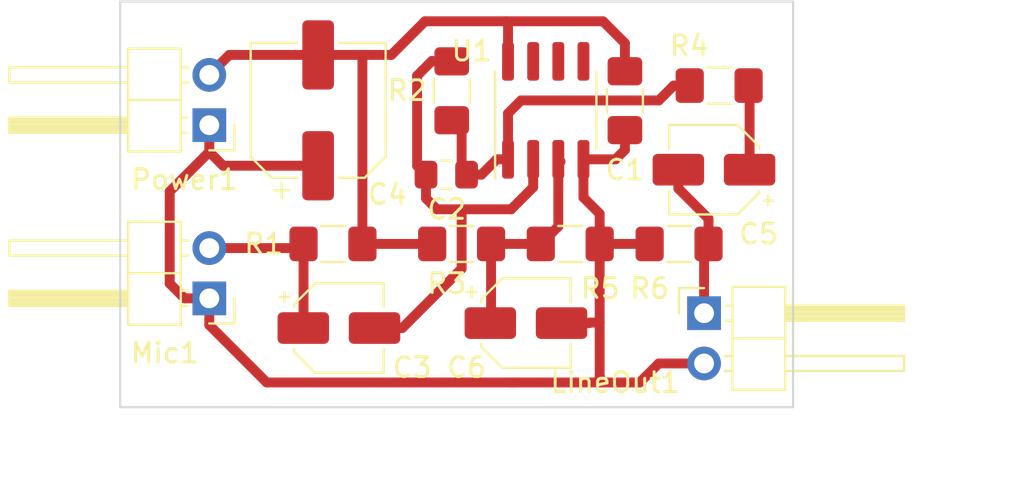
<source format=kicad_pcb>
(kicad_pcb (version 20171130) (host pcbnew "(5.1.2)-2")

  (general
    (thickness 1.6)
    (drawings 6)
    (tracks 84)
    (zones 0)
    (modules 16)
    (nets 9)
  )

  (page A4)
  (layers
    (0 F.Cu signal)
    (31 B.Cu signal)
    (32 B.Adhes user)
    (33 F.Adhes user)
    (34 B.Paste user)
    (35 F.Paste user)
    (36 B.SilkS user)
    (37 F.SilkS user)
    (38 B.Mask user)
    (39 F.Mask user)
    (40 Dwgs.User user)
    (41 Cmts.User user)
    (42 Eco1.User user)
    (43 Eco2.User user)
    (44 Edge.Cuts user)
    (45 Margin user)
    (46 B.CrtYd user)
    (47 F.CrtYd user)
    (48 B.Fab user)
    (49 F.Fab user hide)
  )

  (setup
    (last_trace_width 0.5)
    (trace_clearance 0.25)
    (zone_clearance 0.508)
    (zone_45_only no)
    (trace_min 0.5)
    (via_size 1.2)
    (via_drill 0.5)
    (via_min_size 0.8)
    (via_min_drill 0.3)
    (uvia_size 0.3)
    (uvia_drill 0.1)
    (uvias_allowed no)
    (uvia_min_size 0.2)
    (uvia_min_drill 0.1)
    (edge_width 0.05)
    (segment_width 0.2)
    (pcb_text_width 0.3)
    (pcb_text_size 1.5 1.5)
    (mod_edge_width 0.12)
    (mod_text_size 1 1)
    (mod_text_width 0.15)
    (pad_size 1.524 1.524)
    (pad_drill 0.762)
    (pad_to_mask_clearance 0.051)
    (solder_mask_min_width 0.25)
    (aux_axis_origin 0 0)
    (visible_elements 7FFFFFFF)
    (pcbplotparams
      (layerselection 0x010fc_ffffffff)
      (usegerberextensions false)
      (usegerberattributes false)
      (usegerberadvancedattributes false)
      (creategerberjobfile false)
      (excludeedgelayer true)
      (linewidth 0.100000)
      (plotframeref false)
      (viasonmask false)
      (mode 1)
      (useauxorigin false)
      (hpglpennumber 1)
      (hpglpenspeed 20)
      (hpglpendiameter 15.000000)
      (psnegative false)
      (psa4output false)
      (plotreference true)
      (plotvalue true)
      (plotinvisibletext false)
      (padsonsilk false)
      (subtractmaskfromsilk false)
      (outputformat 1)
      (mirror false)
      (drillshape 1)
      (scaleselection 1)
      (outputdirectory ""))
  )

  (net 0 "")
  (net 1 +5V)
  (net 2 GND)
  (net 3 "Net-(C2-Pad2)")
  (net 4 "Net-(C2-Pad1)")
  (net 5 "Net-(C3-Pad1)")
  (net 6 "Net-(C5-Pad2)")
  (net 7 "Net-(C5-Pad1)")
  (net 8 "Net-(C6-Pad1)")

  (net_class Default "This is the default net class."
    (clearance 0.25)
    (trace_width 0.5)
    (via_dia 1.2)
    (via_drill 0.5)
    (uvia_dia 0.3)
    (uvia_drill 0.1)
    (diff_pair_width 0.5)
    (diff_pair_gap 0.25)
    (add_net +5V)
    (add_net GND)
    (add_net "Net-(C2-Pad1)")
    (add_net "Net-(C2-Pad2)")
    (add_net "Net-(C3-Pad1)")
    (add_net "Net-(C5-Pad1)")
    (add_net "Net-(C5-Pad2)")
    (add_net "Net-(C6-Pad1)")
  )

  (module Capacitor_SMD:CP_Elec_4x5.8 (layer F.Cu) (tedit 5BCA39CF) (tstamp 5ED3F72D)
    (at 131.5 74.5)
    (descr "SMD capacitor, aluminum electrolytic, Panasonic, 4.0x5.8mm")
    (tags "capacitor electrolytic")
    (path /5ED1A83D)
    (attr smd)
    (fp_text reference C6 (at -3 2.25) (layer F.SilkS)
      (effects (font (size 1 1) (thickness 0.15)))
    )
    (fp_text value 10u (at 0.25 1.5) (layer F.Fab)
      (effects (font (size 1 1) (thickness 0.15)))
    )
    (fp_text user %R (at 0 -1.5) (layer F.Fab)
      (effects (font (size 0.8 0.8) (thickness 0.12)))
    )
    (fp_line (start -3.35 1.05) (end -2.4 1.05) (layer F.CrtYd) (width 0.05))
    (fp_line (start -3.35 -1.05) (end -3.35 1.05) (layer F.CrtYd) (width 0.05))
    (fp_line (start -2.4 -1.05) (end -3.35 -1.05) (layer F.CrtYd) (width 0.05))
    (fp_line (start -2.4 1.05) (end -2.4 1.25) (layer F.CrtYd) (width 0.05))
    (fp_line (start -2.4 -1.25) (end -2.4 -1.05) (layer F.CrtYd) (width 0.05))
    (fp_line (start -2.4 -1.25) (end -1.25 -2.4) (layer F.CrtYd) (width 0.05))
    (fp_line (start -2.4 1.25) (end -1.25 2.4) (layer F.CrtYd) (width 0.05))
    (fp_line (start -1.25 -2.4) (end 2.4 -2.4) (layer F.CrtYd) (width 0.05))
    (fp_line (start -1.25 2.4) (end 2.4 2.4) (layer F.CrtYd) (width 0.05))
    (fp_line (start 2.4 1.05) (end 2.4 2.4) (layer F.CrtYd) (width 0.05))
    (fp_line (start 3.35 1.05) (end 2.4 1.05) (layer F.CrtYd) (width 0.05))
    (fp_line (start 3.35 -1.05) (end 3.35 1.05) (layer F.CrtYd) (width 0.05))
    (fp_line (start 2.4 -1.05) (end 3.35 -1.05) (layer F.CrtYd) (width 0.05))
    (fp_line (start 2.4 -2.4) (end 2.4 -1.05) (layer F.CrtYd) (width 0.05))
    (fp_line (start -2.75 -1.81) (end -2.75 -1.31) (layer F.SilkS) (width 0.12))
    (fp_line (start -3 -1.56) (end -2.5 -1.56) (layer F.SilkS) (width 0.12))
    (fp_line (start -2.26 1.195563) (end -1.195563 2.26) (layer F.SilkS) (width 0.12))
    (fp_line (start -2.26 -1.195563) (end -1.195563 -2.26) (layer F.SilkS) (width 0.12))
    (fp_line (start -2.26 -1.195563) (end -2.26 -1.06) (layer F.SilkS) (width 0.12))
    (fp_line (start -2.26 1.195563) (end -2.26 1.06) (layer F.SilkS) (width 0.12))
    (fp_line (start -1.195563 2.26) (end 2.26 2.26) (layer F.SilkS) (width 0.12))
    (fp_line (start -1.195563 -2.26) (end 2.26 -2.26) (layer F.SilkS) (width 0.12))
    (fp_line (start 2.26 -2.26) (end 2.26 -1.06) (layer F.SilkS) (width 0.12))
    (fp_line (start 2.26 2.26) (end 2.26 1.06) (layer F.SilkS) (width 0.12))
    (fp_line (start -1.374773 -1.2) (end -1.374773 -0.8) (layer F.Fab) (width 0.1))
    (fp_line (start -1.574773 -1) (end -1.174773 -1) (layer F.Fab) (width 0.1))
    (fp_line (start -2.15 1.15) (end -1.15 2.15) (layer F.Fab) (width 0.1))
    (fp_line (start -2.15 -1.15) (end -1.15 -2.15) (layer F.Fab) (width 0.1))
    (fp_line (start -2.15 -1.15) (end -2.15 1.15) (layer F.Fab) (width 0.1))
    (fp_line (start -1.15 2.15) (end 2.15 2.15) (layer F.Fab) (width 0.1))
    (fp_line (start -1.15 -2.15) (end 2.15 -2.15) (layer F.Fab) (width 0.1))
    (fp_line (start 2.15 -2.15) (end 2.15 2.15) (layer F.Fab) (width 0.1))
    (fp_circle (center 0 0) (end 2 0) (layer F.Fab) (width 0.1))
    (pad 2 smd roundrect (at 1.8 0) (size 2.6 1.6) (layers F.Cu F.Paste F.Mask) (roundrect_rratio 0.15625)
      (net 2 GND))
    (pad 1 smd roundrect (at -1.8 0) (size 2.6 1.6) (layers F.Cu F.Paste F.Mask) (roundrect_rratio 0.15625)
      (net 8 "Net-(C6-Pad1)"))
    (model ${KISYS3DMOD}/Capacitor_SMD.3dshapes/CP_Elec_4x5.8.wrl
      (at (xyz 0 0 0))
      (scale (xyz 1 1 1))
      (rotate (xyz 0 0 0))
    )
  )

  (module Capacitor_SMD:C_1206_3216Metric_Pad1.42x1.75mm_HandSolder (layer F.Cu) (tedit 5B301BBE) (tstamp 5ED2EBF4)
    (at 136.5 63.2625 90)
    (descr "Capacitor SMD 1206 (3216 Metric), square (rectangular) end terminal, IPC_7351 nominal with elongated pad for handsoldering. (Body size source: http://www.tortai-tech.com/upload/download/2011102023233369053.pdf), generated with kicad-footprint-generator")
    (tags "capacitor handsolder")
    (path /5ED3E727)
    (attr smd)
    (fp_text reference C1 (at -3.5 0 180) (layer F.SilkS)
      (effects (font (size 1 1) (thickness 0.15)))
    )
    (fp_text value 100n (at 3.25 0 180) (layer F.Fab)
      (effects (font (size 1 1) (thickness 0.15)))
    )
    (fp_text user %R (at 0 0 180) (layer F.Fab)
      (effects (font (size 0.8 0.8) (thickness 0.12)))
    )
    (fp_line (start 2.45 1.12) (end -2.45 1.12) (layer F.CrtYd) (width 0.05))
    (fp_line (start 2.45 -1.12) (end 2.45 1.12) (layer F.CrtYd) (width 0.05))
    (fp_line (start -2.45 -1.12) (end 2.45 -1.12) (layer F.CrtYd) (width 0.05))
    (fp_line (start -2.45 1.12) (end -2.45 -1.12) (layer F.CrtYd) (width 0.05))
    (fp_line (start -0.602064 0.91) (end 0.602064 0.91) (layer F.SilkS) (width 0.12))
    (fp_line (start -0.602064 -0.91) (end 0.602064 -0.91) (layer F.SilkS) (width 0.12))
    (fp_line (start 1.6 0.8) (end -1.6 0.8) (layer F.Fab) (width 0.1))
    (fp_line (start 1.6 -0.8) (end 1.6 0.8) (layer F.Fab) (width 0.1))
    (fp_line (start -1.6 -0.8) (end 1.6 -0.8) (layer F.Fab) (width 0.1))
    (fp_line (start -1.6 0.8) (end -1.6 -0.8) (layer F.Fab) (width 0.1))
    (pad 2 smd roundrect (at 1.4875 0 90) (size 1.425 1.75) (layers F.Cu F.Paste F.Mask) (roundrect_rratio 0.175439)
      (net 1 +5V))
    (pad 1 smd roundrect (at -1.4875 0 90) (size 1.425 1.75) (layers F.Cu F.Paste F.Mask) (roundrect_rratio 0.175439)
      (net 2 GND))
    (model ${KISYS3DMOD}/Capacitor_SMD.3dshapes/C_1206_3216Metric.wrl
      (at (xyz 0 0 0))
      (scale (xyz 1 1 1))
      (rotate (xyz 0 0 0))
    )
  )

  (module Resistor_SMD:R_1206_3216Metric_Pad1.42x1.75mm_HandSolder (layer F.Cu) (tedit 5B301BBD) (tstamp 5ED2ED7C)
    (at 139.2375 70.5 180)
    (descr "Resistor SMD 1206 (3216 Metric), square (rectangular) end terminal, IPC_7351 nominal with elongated pad for handsoldering. (Body size source: http://www.tortai-tech.com/upload/download/2011102023233369053.pdf), generated with kicad-footprint-generator")
    (tags "resistor handsolder")
    (path /5ED17169)
    (attr smd)
    (fp_text reference R6 (at 1.4875 -2.25) (layer F.SilkS)
      (effects (font (size 1 1) (thickness 0.15)))
    )
    (fp_text value 100k (at -4.2625 -0.75) (layer F.Fab)
      (effects (font (size 1 1) (thickness 0.15)))
    )
    (fp_text user %R (at 0 0 180) (layer F.Fab)
      (effects (font (size 0.8 0.8) (thickness 0.12)))
    )
    (fp_line (start 2.45 1.12) (end -2.45 1.12) (layer F.CrtYd) (width 0.05))
    (fp_line (start 2.45 -1.12) (end 2.45 1.12) (layer F.CrtYd) (width 0.05))
    (fp_line (start -2.45 -1.12) (end 2.45 -1.12) (layer F.CrtYd) (width 0.05))
    (fp_line (start -2.45 1.12) (end -2.45 -1.12) (layer F.CrtYd) (width 0.05))
    (fp_line (start -0.602064 0.91) (end 0.602064 0.91) (layer F.SilkS) (width 0.12))
    (fp_line (start -0.602064 -0.91) (end 0.602064 -0.91) (layer F.SilkS) (width 0.12))
    (fp_line (start 1.6 0.8) (end -1.6 0.8) (layer F.Fab) (width 0.1))
    (fp_line (start 1.6 -0.8) (end 1.6 0.8) (layer F.Fab) (width 0.1))
    (fp_line (start -1.6 -0.8) (end 1.6 -0.8) (layer F.Fab) (width 0.1))
    (fp_line (start -1.6 0.8) (end -1.6 -0.8) (layer F.Fab) (width 0.1))
    (pad 2 smd roundrect (at 1.4875 0 180) (size 1.425 1.75) (layers F.Cu F.Paste F.Mask) (roundrect_rratio 0.175439)
      (net 2 GND))
    (pad 1 smd roundrect (at -1.4875 0 180) (size 1.425 1.75) (layers F.Cu F.Paste F.Mask) (roundrect_rratio 0.175439)
      (net 6 "Net-(C5-Pad2)"))
    (model ${KISYS3DMOD}/Resistor_SMD.3dshapes/R_1206_3216Metric.wrl
      (at (xyz 0 0 0))
      (scale (xyz 1 1 1))
      (rotate (xyz 0 0 0))
    )
  )

  (module Resistor_SMD:R_1206_3216Metric_Pad1.42x1.75mm_HandSolder (layer F.Cu) (tedit 5B301BBD) (tstamp 5ED2ED6B)
    (at 133.7375 70.5)
    (descr "Resistor SMD 1206 (3216 Metric), square (rectangular) end terminal, IPC_7351 nominal with elongated pad for handsoldering. (Body size source: http://www.tortai-tech.com/upload/download/2011102023233369053.pdf), generated with kicad-footprint-generator")
    (tags "resistor handsolder")
    (path /5ED188CD)
    (attr smd)
    (fp_text reference R5 (at 1.5125 2.25) (layer F.SilkS)
      (effects (font (size 1 1) (thickness 0.15)))
    )
    (fp_text value 100k (at 1.2625 2) (layer F.Fab)
      (effects (font (size 1 1) (thickness 0.15)))
    )
    (fp_text user %R (at 0 0) (layer F.Fab)
      (effects (font (size 0.8 0.8) (thickness 0.12)))
    )
    (fp_line (start 2.45 1.12) (end -2.45 1.12) (layer F.CrtYd) (width 0.05))
    (fp_line (start 2.45 -1.12) (end 2.45 1.12) (layer F.CrtYd) (width 0.05))
    (fp_line (start -2.45 -1.12) (end 2.45 -1.12) (layer F.CrtYd) (width 0.05))
    (fp_line (start -2.45 1.12) (end -2.45 -1.12) (layer F.CrtYd) (width 0.05))
    (fp_line (start -0.602064 0.91) (end 0.602064 0.91) (layer F.SilkS) (width 0.12))
    (fp_line (start -0.602064 -0.91) (end 0.602064 -0.91) (layer F.SilkS) (width 0.12))
    (fp_line (start 1.6 0.8) (end -1.6 0.8) (layer F.Fab) (width 0.1))
    (fp_line (start 1.6 -0.8) (end 1.6 0.8) (layer F.Fab) (width 0.1))
    (fp_line (start -1.6 -0.8) (end 1.6 -0.8) (layer F.Fab) (width 0.1))
    (fp_line (start -1.6 0.8) (end -1.6 -0.8) (layer F.Fab) (width 0.1))
    (pad 2 smd roundrect (at 1.4875 0) (size 1.425 1.75) (layers F.Cu F.Paste F.Mask) (roundrect_rratio 0.175439)
      (net 2 GND))
    (pad 1 smd roundrect (at -1.4875 0) (size 1.425 1.75) (layers F.Cu F.Paste F.Mask) (roundrect_rratio 0.175439)
      (net 8 "Net-(C6-Pad1)"))
    (model ${KISYS3DMOD}/Resistor_SMD.3dshapes/R_1206_3216Metric.wrl
      (at (xyz 0 0 0))
      (scale (xyz 1 1 1))
      (rotate (xyz 0 0 0))
    )
  )

  (module Resistor_SMD:R_1206_3216Metric_Pad1.42x1.75mm_HandSolder (layer F.Cu) (tedit 5B301BBD) (tstamp 5ED2ED5A)
    (at 141.2625 62.5 180)
    (descr "Resistor SMD 1206 (3216 Metric), square (rectangular) end terminal, IPC_7351 nominal with elongated pad for handsoldering. (Body size source: http://www.tortai-tech.com/upload/download/2011102023233369053.pdf), generated with kicad-footprint-generator")
    (tags "resistor handsolder")
    (path /5ED17996)
    (attr smd)
    (fp_text reference R4 (at 1.5125 2) (layer F.SilkS)
      (effects (font (size 1 1) (thickness 0.15)))
    )
    (fp_text value 47 (at -1.5 2) (layer F.Fab)
      (effects (font (size 1 1) (thickness 0.15)))
    )
    (fp_text user %R (at 0 0) (layer F.Fab)
      (effects (font (size 0.8 0.8) (thickness 0.12)))
    )
    (fp_line (start 2.45 1.12) (end -2.45 1.12) (layer F.CrtYd) (width 0.05))
    (fp_line (start 2.45 -1.12) (end 2.45 1.12) (layer F.CrtYd) (width 0.05))
    (fp_line (start -2.45 -1.12) (end 2.45 -1.12) (layer F.CrtYd) (width 0.05))
    (fp_line (start -2.45 1.12) (end -2.45 -1.12) (layer F.CrtYd) (width 0.05))
    (fp_line (start -0.602064 0.91) (end 0.602064 0.91) (layer F.SilkS) (width 0.12))
    (fp_line (start -0.602064 -0.91) (end 0.602064 -0.91) (layer F.SilkS) (width 0.12))
    (fp_line (start 1.6 0.8) (end -1.6 0.8) (layer F.Fab) (width 0.1))
    (fp_line (start 1.6 -0.8) (end 1.6 0.8) (layer F.Fab) (width 0.1))
    (fp_line (start -1.6 -0.8) (end 1.6 -0.8) (layer F.Fab) (width 0.1))
    (fp_line (start -1.6 0.8) (end -1.6 -0.8) (layer F.Fab) (width 0.1))
    (pad 2 smd roundrect (at 1.4875 0 180) (size 1.425 1.75) (layers F.Cu F.Paste F.Mask) (roundrect_rratio 0.175439)
      (net 4 "Net-(C2-Pad1)"))
    (pad 1 smd roundrect (at -1.4875 0 180) (size 1.425 1.75) (layers F.Cu F.Paste F.Mask) (roundrect_rratio 0.175439)
      (net 7 "Net-(C5-Pad1)"))
    (model ${KISYS3DMOD}/Resistor_SMD.3dshapes/R_1206_3216Metric.wrl
      (at (xyz 0 0 0))
      (scale (xyz 1 1 1))
      (rotate (xyz 0 0 0))
    )
  )

  (module Resistor_SMD:R_1206_3216Metric_Pad1.42x1.75mm_HandSolder (layer F.Cu) (tedit 5B301BBD) (tstamp 5ED2ED49)
    (at 128.25 70.5)
    (descr "Resistor SMD 1206 (3216 Metric), square (rectangular) end terminal, IPC_7351 nominal with elongated pad for handsoldering. (Body size source: http://www.tortai-tech.com/upload/download/2011102023233369053.pdf), generated with kicad-footprint-generator")
    (tags "resistor handsolder")
    (path /5ED188D7)
    (attr smd)
    (fp_text reference R3 (at -0.75 2) (layer F.SilkS)
      (effects (font (size 1 1) (thickness 0.15)))
    )
    (fp_text value 100k (at -1 2) (layer F.Fab)
      (effects (font (size 1 1) (thickness 0.15)))
    )
    (fp_text user %R (at 0 0) (layer F.Fab)
      (effects (font (size 0.8 0.8) (thickness 0.12)))
    )
    (fp_line (start 2.45 1.12) (end -2.45 1.12) (layer F.CrtYd) (width 0.05))
    (fp_line (start 2.45 -1.12) (end 2.45 1.12) (layer F.CrtYd) (width 0.05))
    (fp_line (start -2.45 -1.12) (end 2.45 -1.12) (layer F.CrtYd) (width 0.05))
    (fp_line (start -2.45 1.12) (end -2.45 -1.12) (layer F.CrtYd) (width 0.05))
    (fp_line (start -0.602064 0.91) (end 0.602064 0.91) (layer F.SilkS) (width 0.12))
    (fp_line (start -0.602064 -0.91) (end 0.602064 -0.91) (layer F.SilkS) (width 0.12))
    (fp_line (start 1.6 0.8) (end -1.6 0.8) (layer F.Fab) (width 0.1))
    (fp_line (start 1.6 -0.8) (end 1.6 0.8) (layer F.Fab) (width 0.1))
    (fp_line (start -1.6 -0.8) (end 1.6 -0.8) (layer F.Fab) (width 0.1))
    (fp_line (start -1.6 0.8) (end -1.6 -0.8) (layer F.Fab) (width 0.1))
    (pad 2 smd roundrect (at 1.4875 0) (size 1.425 1.75) (layers F.Cu F.Paste F.Mask) (roundrect_rratio 0.175439)
      (net 8 "Net-(C6-Pad1)"))
    (pad 1 smd roundrect (at -1.4875 0) (size 1.425 1.75) (layers F.Cu F.Paste F.Mask) (roundrect_rratio 0.175439)
      (net 1 +5V))
    (model ${KISYS3DMOD}/Resistor_SMD.3dshapes/R_1206_3216Metric.wrl
      (at (xyz 0 0 0))
      (scale (xyz 1 1 1))
      (rotate (xyz 0 0 0))
    )
  )

  (module Resistor_SMD:R_1206_3216Metric_Pad1.42x1.75mm_HandSolder (layer F.Cu) (tedit 5B301BBD) (tstamp 5ED2ED38)
    (at 127.75 62.7625 90)
    (descr "Resistor SMD 1206 (3216 Metric), square (rectangular) end terminal, IPC_7351 nominal with elongated pad for handsoldering. (Body size source: http://www.tortai-tech.com/upload/download/2011102023233369053.pdf), generated with kicad-footprint-generator")
    (tags "resistor handsolder")
    (path /5ED18038)
    (attr smd)
    (fp_text reference R2 (at 0.0125 -2.25 180) (layer F.SilkS)
      (effects (font (size 1 1) (thickness 0.15)))
    )
    (fp_text value 270k (at 3.4875 0 180) (layer F.Fab)
      (effects (font (size 1 1) (thickness 0.15)))
    )
    (fp_text user %R (at 0 0 180) (layer F.Fab)
      (effects (font (size 0.8 0.8) (thickness 0.12)))
    )
    (fp_line (start 2.45 1.12) (end -2.45 1.12) (layer F.CrtYd) (width 0.05))
    (fp_line (start 2.45 -1.12) (end 2.45 1.12) (layer F.CrtYd) (width 0.05))
    (fp_line (start -2.45 -1.12) (end 2.45 -1.12) (layer F.CrtYd) (width 0.05))
    (fp_line (start -2.45 1.12) (end -2.45 -1.12) (layer F.CrtYd) (width 0.05))
    (fp_line (start -0.602064 0.91) (end 0.602064 0.91) (layer F.SilkS) (width 0.12))
    (fp_line (start -0.602064 -0.91) (end 0.602064 -0.91) (layer F.SilkS) (width 0.12))
    (fp_line (start 1.6 0.8) (end -1.6 0.8) (layer F.Fab) (width 0.1))
    (fp_line (start 1.6 -0.8) (end 1.6 0.8) (layer F.Fab) (width 0.1))
    (fp_line (start -1.6 -0.8) (end 1.6 -0.8) (layer F.Fab) (width 0.1))
    (fp_line (start -1.6 0.8) (end -1.6 -0.8) (layer F.Fab) (width 0.1))
    (pad 2 smd roundrect (at 1.4875 0 90) (size 1.425 1.75) (layers F.Cu F.Paste F.Mask) (roundrect_rratio 0.175439)
      (net 3 "Net-(C2-Pad2)"))
    (pad 1 smd roundrect (at -1.4875 0 90) (size 1.425 1.75) (layers F.Cu F.Paste F.Mask) (roundrect_rratio 0.175439)
      (net 4 "Net-(C2-Pad1)"))
    (model ${KISYS3DMOD}/Resistor_SMD.3dshapes/R_1206_3216Metric.wrl
      (at (xyz 0 0 0))
      (scale (xyz 1 1 1))
      (rotate (xyz 0 0 0))
    )
  )

  (module Resistor_SMD:R_1206_3216Metric_Pad1.42x1.75mm_HandSolder (layer F.Cu) (tedit 5B301BBD) (tstamp 5ED2ED27)
    (at 121.75 70.5 180)
    (descr "Resistor SMD 1206 (3216 Metric), square (rectangular) end terminal, IPC_7351 nominal with elongated pad for handsoldering. (Body size source: http://www.tortai-tech.com/upload/download/2011102023233369053.pdf), generated with kicad-footprint-generator")
    (tags "resistor handsolder")
    (path /5ED188E1)
    (attr smd)
    (fp_text reference R1 (at 3.5 0) (layer F.SilkS)
      (effects (font (size 1 1) (thickness 0.15)))
    )
    (fp_text value 6.2k (at 3.25 -1.75) (layer F.Fab)
      (effects (font (size 1 1) (thickness 0.15)))
    )
    (fp_text user %R (at 0 0) (layer F.Fab)
      (effects (font (size 0.8 0.8) (thickness 0.12)))
    )
    (fp_line (start 2.45 1.12) (end -2.45 1.12) (layer F.CrtYd) (width 0.05))
    (fp_line (start 2.45 -1.12) (end 2.45 1.12) (layer F.CrtYd) (width 0.05))
    (fp_line (start -2.45 -1.12) (end 2.45 -1.12) (layer F.CrtYd) (width 0.05))
    (fp_line (start -2.45 1.12) (end -2.45 -1.12) (layer F.CrtYd) (width 0.05))
    (fp_line (start -0.602064 0.91) (end 0.602064 0.91) (layer F.SilkS) (width 0.12))
    (fp_line (start -0.602064 -0.91) (end 0.602064 -0.91) (layer F.SilkS) (width 0.12))
    (fp_line (start 1.6 0.8) (end -1.6 0.8) (layer F.Fab) (width 0.1))
    (fp_line (start 1.6 -0.8) (end 1.6 0.8) (layer F.Fab) (width 0.1))
    (fp_line (start -1.6 -0.8) (end 1.6 -0.8) (layer F.Fab) (width 0.1))
    (fp_line (start -1.6 0.8) (end -1.6 -0.8) (layer F.Fab) (width 0.1))
    (pad 2 smd roundrect (at 1.4875 0 180) (size 1.425 1.75) (layers F.Cu F.Paste F.Mask) (roundrect_rratio 0.175439)
      (net 5 "Net-(C3-Pad1)"))
    (pad 1 smd roundrect (at -1.4875 0 180) (size 1.425 1.75) (layers F.Cu F.Paste F.Mask) (roundrect_rratio 0.175439)
      (net 1 +5V))
    (model ${KISYS3DMOD}/Resistor_SMD.3dshapes/R_1206_3216Metric.wrl
      (at (xyz 0 0 0))
      (scale (xyz 1 1 1))
      (rotate (xyz 0 0 0))
    )
  )

  (module Connector_PinHeader_2.54mm:PinHeader_1x02_P2.54mm_Horizontal (layer F.Cu) (tedit 59FED5CB) (tstamp 5ED2ED16)
    (at 115.5 73.25 180)
    (descr "Through hole angled pin header, 1x02, 2.54mm pitch, 6mm pin length, single row")
    (tags "Through hole angled pin header THT 1x02 2.54mm single row")
    (path /5ED1C067)
    (fp_text reference Mic1 (at 2.25 -2.75) (layer F.SilkS)
      (effects (font (size 1 1) (thickness 0.15)))
    )
    (fp_text value MK100 (at 13 -3) (layer F.Fab)
      (effects (font (size 1 1) (thickness 0.15)))
    )
    (fp_text user %R (at 2.25 -2.75 180) (layer F.Fab)
      (effects (font (size 1 1) (thickness 0.15)))
    )
    (fp_line (start 10.55 -1.8) (end -1.8 -1.8) (layer F.CrtYd) (width 0.05))
    (fp_line (start 10.55 4.35) (end 10.55 -1.8) (layer F.CrtYd) (width 0.05))
    (fp_line (start -1.8 4.35) (end 10.55 4.35) (layer F.CrtYd) (width 0.05))
    (fp_line (start -1.8 -1.8) (end -1.8 4.35) (layer F.CrtYd) (width 0.05))
    (fp_line (start -1.27 -1.27) (end 0 -1.27) (layer F.SilkS) (width 0.12))
    (fp_line (start -1.27 0) (end -1.27 -1.27) (layer F.SilkS) (width 0.12))
    (fp_line (start 1.042929 2.92) (end 1.44 2.92) (layer F.SilkS) (width 0.12))
    (fp_line (start 1.042929 2.16) (end 1.44 2.16) (layer F.SilkS) (width 0.12))
    (fp_line (start 10.1 2.92) (end 4.1 2.92) (layer F.SilkS) (width 0.12))
    (fp_line (start 10.1 2.16) (end 10.1 2.92) (layer F.SilkS) (width 0.12))
    (fp_line (start 4.1 2.16) (end 10.1 2.16) (layer F.SilkS) (width 0.12))
    (fp_line (start 1.44 1.27) (end 4.1 1.27) (layer F.SilkS) (width 0.12))
    (fp_line (start 1.11 0.38) (end 1.44 0.38) (layer F.SilkS) (width 0.12))
    (fp_line (start 1.11 -0.38) (end 1.44 -0.38) (layer F.SilkS) (width 0.12))
    (fp_line (start 4.1 0.28) (end 10.1 0.28) (layer F.SilkS) (width 0.12))
    (fp_line (start 4.1 0.16) (end 10.1 0.16) (layer F.SilkS) (width 0.12))
    (fp_line (start 4.1 0.04) (end 10.1 0.04) (layer F.SilkS) (width 0.12))
    (fp_line (start 4.1 -0.08) (end 10.1 -0.08) (layer F.SilkS) (width 0.12))
    (fp_line (start 4.1 -0.2) (end 10.1 -0.2) (layer F.SilkS) (width 0.12))
    (fp_line (start 4.1 -0.32) (end 10.1 -0.32) (layer F.SilkS) (width 0.12))
    (fp_line (start 10.1 0.38) (end 4.1 0.38) (layer F.SilkS) (width 0.12))
    (fp_line (start 10.1 -0.38) (end 10.1 0.38) (layer F.SilkS) (width 0.12))
    (fp_line (start 4.1 -0.38) (end 10.1 -0.38) (layer F.SilkS) (width 0.12))
    (fp_line (start 4.1 -1.33) (end 1.44 -1.33) (layer F.SilkS) (width 0.12))
    (fp_line (start 4.1 3.87) (end 4.1 -1.33) (layer F.SilkS) (width 0.12))
    (fp_line (start 1.44 3.87) (end 4.1 3.87) (layer F.SilkS) (width 0.12))
    (fp_line (start 1.44 -1.33) (end 1.44 3.87) (layer F.SilkS) (width 0.12))
    (fp_line (start 4.04 2.86) (end 10.04 2.86) (layer F.Fab) (width 0.1))
    (fp_line (start 10.04 2.22) (end 10.04 2.86) (layer F.Fab) (width 0.1))
    (fp_line (start 4.04 2.22) (end 10.04 2.22) (layer F.Fab) (width 0.1))
    (fp_line (start -0.32 2.86) (end 1.5 2.86) (layer F.Fab) (width 0.1))
    (fp_line (start -0.32 2.22) (end -0.32 2.86) (layer F.Fab) (width 0.1))
    (fp_line (start -0.32 2.22) (end 1.5 2.22) (layer F.Fab) (width 0.1))
    (fp_line (start 4.04 0.32) (end 10.04 0.32) (layer F.Fab) (width 0.1))
    (fp_line (start 10.04 -0.32) (end 10.04 0.32) (layer F.Fab) (width 0.1))
    (fp_line (start 4.04 -0.32) (end 10.04 -0.32) (layer F.Fab) (width 0.1))
    (fp_line (start -0.32 0.32) (end 1.5 0.32) (layer F.Fab) (width 0.1))
    (fp_line (start -0.32 -0.32) (end -0.32 0.32) (layer F.Fab) (width 0.1))
    (fp_line (start -0.32 -0.32) (end 1.5 -0.32) (layer F.Fab) (width 0.1))
    (fp_line (start 1.5 -0.635) (end 2.135 -1.27) (layer F.Fab) (width 0.1))
    (fp_line (start 1.5 3.81) (end 1.5 -0.635) (layer F.Fab) (width 0.1))
    (fp_line (start 4.04 3.81) (end 1.5 3.81) (layer F.Fab) (width 0.1))
    (fp_line (start 4.04 -1.27) (end 4.04 3.81) (layer F.Fab) (width 0.1))
    (fp_line (start 2.135 -1.27) (end 4.04 -1.27) (layer F.Fab) (width 0.1))
    (pad 2 thru_hole oval (at 0 2.54 180) (size 1.7 1.7) (drill 1) (layers *.Cu *.Mask)
      (net 5 "Net-(C3-Pad1)"))
    (pad 1 thru_hole rect (at 0 0 180) (size 1.7 1.7) (drill 1) (layers *.Cu *.Mask)
      (net 2 GND))
    (model ${KISYS3DMOD}/Connector_PinHeader_2.54mm.3dshapes/PinHeader_1x02_P2.54mm_Horizontal.wrl
      (at (xyz 0 0 0))
      (scale (xyz 1 1 1))
      (rotate (xyz 0 0 0))
    )
  )

  (module Package_SO:SOIC-8_3.9x4.9mm_P1.27mm (layer F.Cu) (tedit 5C97300E) (tstamp 5ED2ED96)
    (at 132.5 63.75 90)
    (descr "SOIC, 8 Pin (JEDEC MS-012AA, https://www.analog.com/media/en/package-pcb-resources/package/pkg_pdf/soic_narrow-r/r_8.pdf), generated with kicad-footprint-generator ipc_gullwing_generator.py")
    (tags "SOIC SO")
    (path /5ED73A04)
    (attr smd)
    (fp_text reference U1 (at 3 -3.75 180) (layer F.SilkS)
      (effects (font (size 1 1) (thickness 0.15)))
    )
    (fp_text value NE5532 (at -4.5 0 180) (layer F.Fab)
      (effects (font (size 1 1) (thickness 0.15)))
    )
    (fp_text user %R (at 0 0 180) (layer F.Fab)
      (effects (font (size 0.98 0.98) (thickness 0.15)))
    )
    (fp_line (start 3.7 -2.7) (end -3.7 -2.7) (layer F.CrtYd) (width 0.05))
    (fp_line (start 3.7 2.7) (end 3.7 -2.7) (layer F.CrtYd) (width 0.05))
    (fp_line (start -3.7 2.7) (end 3.7 2.7) (layer F.CrtYd) (width 0.05))
    (fp_line (start -3.7 -2.7) (end -3.7 2.7) (layer F.CrtYd) (width 0.05))
    (fp_line (start -1.95 -1.475) (end -0.975 -2.45) (layer F.Fab) (width 0.1))
    (fp_line (start -1.95 2.45) (end -1.95 -1.475) (layer F.Fab) (width 0.1))
    (fp_line (start 1.95 2.45) (end -1.95 2.45) (layer F.Fab) (width 0.1))
    (fp_line (start 1.95 -2.45) (end 1.95 2.45) (layer F.Fab) (width 0.1))
    (fp_line (start -0.975 -2.45) (end 1.95 -2.45) (layer F.Fab) (width 0.1))
    (fp_line (start 0 -2.56) (end -3.45 -2.56) (layer F.SilkS) (width 0.12))
    (fp_line (start 0 -2.56) (end 1.95 -2.56) (layer F.SilkS) (width 0.12))
    (fp_line (start 0 2.56) (end -1.95 2.56) (layer F.SilkS) (width 0.12))
    (fp_line (start 0 2.56) (end 1.95 2.56) (layer F.SilkS) (width 0.12))
    (pad 8 smd roundrect (at 2.475 -1.905 90) (size 1.95 0.6) (layers F.Cu F.Paste F.Mask) (roundrect_rratio 0.25)
      (net 1 +5V))
    (pad 7 smd roundrect (at 2.475 -0.635 90) (size 1.95 0.6) (layers F.Cu F.Paste F.Mask) (roundrect_rratio 0.25))
    (pad 6 smd roundrect (at 2.475 0.635 90) (size 1.95 0.6) (layers F.Cu F.Paste F.Mask) (roundrect_rratio 0.25))
    (pad 5 smd roundrect (at 2.475 1.905 90) (size 1.95 0.6) (layers F.Cu F.Paste F.Mask) (roundrect_rratio 0.25))
    (pad 4 smd roundrect (at -2.475 1.905 90) (size 1.95 0.6) (layers F.Cu F.Paste F.Mask) (roundrect_rratio 0.25)
      (net 2 GND))
    (pad 3 smd roundrect (at -2.475 0.635 90) (size 1.95 0.6) (layers F.Cu F.Paste F.Mask) (roundrect_rratio 0.25)
      (net 8 "Net-(C6-Pad1)"))
    (pad 2 smd roundrect (at -2.475 -0.635 90) (size 1.95 0.6) (layers F.Cu F.Paste F.Mask) (roundrect_rratio 0.25)
      (net 3 "Net-(C2-Pad2)"))
    (pad 1 smd roundrect (at -2.475 -1.905 90) (size 1.95 0.6) (layers F.Cu F.Paste F.Mask) (roundrect_rratio 0.25)
      (net 4 "Net-(C2-Pad1)"))
    (model ${KISYS3DMOD}/Package_SO.3dshapes/SOIC-8_3.9x4.9mm_P1.27mm.wrl
      (at (xyz 0 0 0))
      (scale (xyz 1 1 1))
      (rotate (xyz 0 0 0))
    )
  )

  (module Connector_PinHeader_2.54mm:PinHeader_1x02_P2.54mm_Horizontal (layer F.Cu) (tedit 59FED5CB) (tstamp 5ED2ECE3)
    (at 115.5 64.5 180)
    (descr "Through hole angled pin header, 1x02, 2.54mm pitch, 6mm pin length, single row")
    (tags "Through hole angled pin header THT 1x02 2.54mm single row")
    (path /5ED24584)
    (fp_text reference Power1 (at 1.25 -2.75) (layer F.SilkS)
      (effects (font (size 1 1) (thickness 0.15)))
    )
    (fp_text value Power (at 7.25 -2.75) (layer F.Fab)
      (effects (font (size 1 1) (thickness 0.15)))
    )
    (fp_text user %R (at 1.25 -2.75 180) (layer F.Fab)
      (effects (font (size 1 1) (thickness 0.15)))
    )
    (fp_line (start 10.55 -1.8) (end -1.8 -1.8) (layer F.CrtYd) (width 0.05))
    (fp_line (start 10.55 4.35) (end 10.55 -1.8) (layer F.CrtYd) (width 0.05))
    (fp_line (start -1.8 4.35) (end 10.55 4.35) (layer F.CrtYd) (width 0.05))
    (fp_line (start -1.8 -1.8) (end -1.8 4.35) (layer F.CrtYd) (width 0.05))
    (fp_line (start -1.27 -1.27) (end 0 -1.27) (layer F.SilkS) (width 0.12))
    (fp_line (start -1.27 0) (end -1.27 -1.27) (layer F.SilkS) (width 0.12))
    (fp_line (start 1.042929 2.92) (end 1.44 2.92) (layer F.SilkS) (width 0.12))
    (fp_line (start 1.042929 2.16) (end 1.44 2.16) (layer F.SilkS) (width 0.12))
    (fp_line (start 10.1 2.92) (end 4.1 2.92) (layer F.SilkS) (width 0.12))
    (fp_line (start 10.1 2.16) (end 10.1 2.92) (layer F.SilkS) (width 0.12))
    (fp_line (start 4.1 2.16) (end 10.1 2.16) (layer F.SilkS) (width 0.12))
    (fp_line (start 1.44 1.27) (end 4.1 1.27) (layer F.SilkS) (width 0.12))
    (fp_line (start 1.11 0.38) (end 1.44 0.38) (layer F.SilkS) (width 0.12))
    (fp_line (start 1.11 -0.38) (end 1.44 -0.38) (layer F.SilkS) (width 0.12))
    (fp_line (start 4.1 0.28) (end 10.1 0.28) (layer F.SilkS) (width 0.12))
    (fp_line (start 4.1 0.16) (end 10.1 0.16) (layer F.SilkS) (width 0.12))
    (fp_line (start 4.1 0.04) (end 10.1 0.04) (layer F.SilkS) (width 0.12))
    (fp_line (start 4.1 -0.08) (end 10.1 -0.08) (layer F.SilkS) (width 0.12))
    (fp_line (start 4.1 -0.2) (end 10.1 -0.2) (layer F.SilkS) (width 0.12))
    (fp_line (start 4.1 -0.32) (end 10.1 -0.32) (layer F.SilkS) (width 0.12))
    (fp_line (start 10.1 0.38) (end 4.1 0.38) (layer F.SilkS) (width 0.12))
    (fp_line (start 10.1 -0.38) (end 10.1 0.38) (layer F.SilkS) (width 0.12))
    (fp_line (start 4.1 -0.38) (end 10.1 -0.38) (layer F.SilkS) (width 0.12))
    (fp_line (start 4.1 -1.33) (end 1.44 -1.33) (layer F.SilkS) (width 0.12))
    (fp_line (start 4.1 3.87) (end 4.1 -1.33) (layer F.SilkS) (width 0.12))
    (fp_line (start 1.44 3.87) (end 4.1 3.87) (layer F.SilkS) (width 0.12))
    (fp_line (start 1.44 -1.33) (end 1.44 3.87) (layer F.SilkS) (width 0.12))
    (fp_line (start 4.04 2.86) (end 10.04 2.86) (layer F.Fab) (width 0.1))
    (fp_line (start 10.04 2.22) (end 10.04 2.86) (layer F.Fab) (width 0.1))
    (fp_line (start 4.04 2.22) (end 10.04 2.22) (layer F.Fab) (width 0.1))
    (fp_line (start -0.32 2.86) (end 1.5 2.86) (layer F.Fab) (width 0.1))
    (fp_line (start -0.32 2.22) (end -0.32 2.86) (layer F.Fab) (width 0.1))
    (fp_line (start -0.32 2.22) (end 1.5 2.22) (layer F.Fab) (width 0.1))
    (fp_line (start 4.04 0.32) (end 10.04 0.32) (layer F.Fab) (width 0.1))
    (fp_line (start 10.04 -0.32) (end 10.04 0.32) (layer F.Fab) (width 0.1))
    (fp_line (start 4.04 -0.32) (end 10.04 -0.32) (layer F.Fab) (width 0.1))
    (fp_line (start -0.32 0.32) (end 1.5 0.32) (layer F.Fab) (width 0.1))
    (fp_line (start -0.32 -0.32) (end -0.32 0.32) (layer F.Fab) (width 0.1))
    (fp_line (start -0.32 -0.32) (end 1.5 -0.32) (layer F.Fab) (width 0.1))
    (fp_line (start 1.5 -0.635) (end 2.135 -1.27) (layer F.Fab) (width 0.1))
    (fp_line (start 1.5 3.81) (end 1.5 -0.635) (layer F.Fab) (width 0.1))
    (fp_line (start 4.04 3.81) (end 1.5 3.81) (layer F.Fab) (width 0.1))
    (fp_line (start 4.04 -1.27) (end 4.04 3.81) (layer F.Fab) (width 0.1))
    (fp_line (start 2.135 -1.27) (end 4.04 -1.27) (layer F.Fab) (width 0.1))
    (pad 2 thru_hole oval (at 0 2.54 180) (size 1.7 1.7) (drill 1) (layers *.Cu *.Mask)
      (net 1 +5V))
    (pad 1 thru_hole rect (at 0 0 180) (size 1.7 1.7) (drill 1) (layers *.Cu *.Mask)
      (net 2 GND))
    (model ${KISYS3DMOD}/Connector_PinHeader_2.54mm.3dshapes/PinHeader_1x02_P2.54mm_Horizontal.wrl
      (at (xyz 0 0 0))
      (scale (xyz 1 1 1))
      (rotate (xyz 0 0 0))
    )
  )

  (module Connector_PinHeader_2.54mm:PinHeader_1x02_P2.54mm_Horizontal (layer F.Cu) (tedit 59FED5CB) (tstamp 5ED2ECB0)
    (at 140.5 74)
    (descr "Through hole angled pin header, 1x02, 2.54mm pitch, 6mm pin length, single row")
    (tags "Through hole angled pin header THT 1x02 2.54mm single row")
    (path /5ED23135)
    (fp_text reference LineOut1 (at -4.5 3.5) (layer F.SilkS)
      (effects (font (size 1 1) (thickness 0.15)))
    )
    (fp_text value Out (at 6.5 5.25) (layer F.Fab)
      (effects (font (size 1 1) (thickness 0.15)))
    )
    (fp_text user %R (at -4.5 3.5 180) (layer F.Fab)
      (effects (font (size 1 1) (thickness 0.15)))
    )
    (fp_line (start 10.55 -1.8) (end -1.8 -1.8) (layer F.CrtYd) (width 0.05))
    (fp_line (start 10.55 4.35) (end 10.55 -1.8) (layer F.CrtYd) (width 0.05))
    (fp_line (start -1.8 4.35) (end 10.55 4.35) (layer F.CrtYd) (width 0.05))
    (fp_line (start -1.8 -1.8) (end -1.8 4.35) (layer F.CrtYd) (width 0.05))
    (fp_line (start -1.27 -1.27) (end 0 -1.27) (layer F.SilkS) (width 0.12))
    (fp_line (start -1.27 0) (end -1.27 -1.27) (layer F.SilkS) (width 0.12))
    (fp_line (start 1.042929 2.92) (end 1.44 2.92) (layer F.SilkS) (width 0.12))
    (fp_line (start 1.042929 2.16) (end 1.44 2.16) (layer F.SilkS) (width 0.12))
    (fp_line (start 10.1 2.92) (end 4.1 2.92) (layer F.SilkS) (width 0.12))
    (fp_line (start 10.1 2.16) (end 10.1 2.92) (layer F.SilkS) (width 0.12))
    (fp_line (start 4.1 2.16) (end 10.1 2.16) (layer F.SilkS) (width 0.12))
    (fp_line (start 1.44 1.27) (end 4.1 1.27) (layer F.SilkS) (width 0.12))
    (fp_line (start 1.11 0.38) (end 1.44 0.38) (layer F.SilkS) (width 0.12))
    (fp_line (start 1.11 -0.38) (end 1.44 -0.38) (layer F.SilkS) (width 0.12))
    (fp_line (start 4.1 0.28) (end 10.1 0.28) (layer F.SilkS) (width 0.12))
    (fp_line (start 4.1 0.16) (end 10.1 0.16) (layer F.SilkS) (width 0.12))
    (fp_line (start 4.1 0.04) (end 10.1 0.04) (layer F.SilkS) (width 0.12))
    (fp_line (start 4.1 -0.08) (end 10.1 -0.08) (layer F.SilkS) (width 0.12))
    (fp_line (start 4.1 -0.2) (end 10.1 -0.2) (layer F.SilkS) (width 0.12))
    (fp_line (start 4.1 -0.32) (end 10.1 -0.32) (layer F.SilkS) (width 0.12))
    (fp_line (start 10.1 0.38) (end 4.1 0.38) (layer F.SilkS) (width 0.12))
    (fp_line (start 10.1 -0.38) (end 10.1 0.38) (layer F.SilkS) (width 0.12))
    (fp_line (start 4.1 -0.38) (end 10.1 -0.38) (layer F.SilkS) (width 0.12))
    (fp_line (start 4.1 -1.33) (end 1.44 -1.33) (layer F.SilkS) (width 0.12))
    (fp_line (start 4.1 3.87) (end 4.1 -1.33) (layer F.SilkS) (width 0.12))
    (fp_line (start 1.44 3.87) (end 4.1 3.87) (layer F.SilkS) (width 0.12))
    (fp_line (start 1.44 -1.33) (end 1.44 3.87) (layer F.SilkS) (width 0.12))
    (fp_line (start 4.04 2.86) (end 10.04 2.86) (layer F.Fab) (width 0.1))
    (fp_line (start 10.04 2.22) (end 10.04 2.86) (layer F.Fab) (width 0.1))
    (fp_line (start 4.04 2.22) (end 10.04 2.22) (layer F.Fab) (width 0.1))
    (fp_line (start -0.32 2.86) (end 1.5 2.86) (layer F.Fab) (width 0.1))
    (fp_line (start -0.32 2.22) (end -0.32 2.86) (layer F.Fab) (width 0.1))
    (fp_line (start -0.32 2.22) (end 1.5 2.22) (layer F.Fab) (width 0.1))
    (fp_line (start 4.04 0.32) (end 10.04 0.32) (layer F.Fab) (width 0.1))
    (fp_line (start 10.04 -0.32) (end 10.04 0.32) (layer F.Fab) (width 0.1))
    (fp_line (start 4.04 -0.32) (end 10.04 -0.32) (layer F.Fab) (width 0.1))
    (fp_line (start -0.32 0.32) (end 1.5 0.32) (layer F.Fab) (width 0.1))
    (fp_line (start -0.32 -0.32) (end -0.32 0.32) (layer F.Fab) (width 0.1))
    (fp_line (start -0.32 -0.32) (end 1.5 -0.32) (layer F.Fab) (width 0.1))
    (fp_line (start 1.5 -0.635) (end 2.135 -1.27) (layer F.Fab) (width 0.1))
    (fp_line (start 1.5 3.81) (end 1.5 -0.635) (layer F.Fab) (width 0.1))
    (fp_line (start 4.04 3.81) (end 1.5 3.81) (layer F.Fab) (width 0.1))
    (fp_line (start 4.04 -1.27) (end 4.04 3.81) (layer F.Fab) (width 0.1))
    (fp_line (start 2.135 -1.27) (end 4.04 -1.27) (layer F.Fab) (width 0.1))
    (pad 2 thru_hole oval (at 0 2.54) (size 1.7 1.7) (drill 1) (layers *.Cu *.Mask)
      (net 2 GND))
    (pad 1 thru_hole rect (at 0 0) (size 1.7 1.7) (drill 1) (layers *.Cu *.Mask)
      (net 6 "Net-(C5-Pad2)"))
    (model ${KISYS3DMOD}/Connector_PinHeader_2.54mm.3dshapes/PinHeader_1x02_P2.54mm_Horizontal.wrl
      (at (xyz 0 0 0))
      (scale (xyz 1 1 1))
      (rotate (xyz 0 0 0))
    )
  )

  (module Capacitor_SMD:CP_Elec_4x5.8 (layer F.Cu) (tedit 5BCA39CF) (tstamp 5ED32343)
    (at 141 66.75 180)
    (descr "SMD capacitor, aluminum electrolytic, Panasonic, 4.0x5.8mm")
    (tags "capacitor electrolytic")
    (path /5ED19D7E)
    (attr smd)
    (fp_text reference C5 (at -2.25 -3.25) (layer F.SilkS)
      (effects (font (size 1 1) (thickness 0.15)))
    )
    (fp_text value 1u (at 0 1.5) (layer F.Fab)
      (effects (font (size 1 1) (thickness 0.15)))
    )
    (fp_text user %R (at 0 -1.25) (layer F.Fab)
      (effects (font (size 0.8 0.8) (thickness 0.12)))
    )
    (fp_line (start -3.35 1.05) (end -2.4 1.05) (layer F.CrtYd) (width 0.05))
    (fp_line (start -3.35 -1.05) (end -3.35 1.05) (layer F.CrtYd) (width 0.05))
    (fp_line (start -2.4 -1.05) (end -3.35 -1.05) (layer F.CrtYd) (width 0.05))
    (fp_line (start -2.4 1.05) (end -2.4 1.25) (layer F.CrtYd) (width 0.05))
    (fp_line (start -2.4 -1.25) (end -2.4 -1.05) (layer F.CrtYd) (width 0.05))
    (fp_line (start -2.4 -1.25) (end -1.25 -2.4) (layer F.CrtYd) (width 0.05))
    (fp_line (start -2.4 1.25) (end -1.25 2.4) (layer F.CrtYd) (width 0.05))
    (fp_line (start -1.25 -2.4) (end 2.4 -2.4) (layer F.CrtYd) (width 0.05))
    (fp_line (start -1.25 2.4) (end 2.4 2.4) (layer F.CrtYd) (width 0.05))
    (fp_line (start 2.4 1.05) (end 2.4 2.4) (layer F.CrtYd) (width 0.05))
    (fp_line (start 3.35 1.05) (end 2.4 1.05) (layer F.CrtYd) (width 0.05))
    (fp_line (start 3.35 -1.05) (end 3.35 1.05) (layer F.CrtYd) (width 0.05))
    (fp_line (start 2.4 -1.05) (end 3.35 -1.05) (layer F.CrtYd) (width 0.05))
    (fp_line (start 2.4 -2.4) (end 2.4 -1.05) (layer F.CrtYd) (width 0.05))
    (fp_line (start -2.75 -1.81) (end -2.75 -1.31) (layer F.SilkS) (width 0.12))
    (fp_line (start -3 -1.56) (end -2.5 -1.56) (layer F.SilkS) (width 0.12))
    (fp_line (start -2.26 1.195563) (end -1.195563 2.26) (layer F.SilkS) (width 0.12))
    (fp_line (start -2.26 -1.195563) (end -1.195563 -2.26) (layer F.SilkS) (width 0.12))
    (fp_line (start -2.26 -1.195563) (end -2.26 -1.06) (layer F.SilkS) (width 0.12))
    (fp_line (start -2.26 1.195563) (end -2.26 1.06) (layer F.SilkS) (width 0.12))
    (fp_line (start -1.195563 2.26) (end 2.26 2.26) (layer F.SilkS) (width 0.12))
    (fp_line (start -1.195563 -2.26) (end 2.26 -2.26) (layer F.SilkS) (width 0.12))
    (fp_line (start 2.26 -2.26) (end 2.26 -1.06) (layer F.SilkS) (width 0.12))
    (fp_line (start 2.26 2.26) (end 2.26 1.06) (layer F.SilkS) (width 0.12))
    (fp_line (start -1.374773 -1.2) (end -1.374773 -0.8) (layer F.Fab) (width 0.1))
    (fp_line (start -1.574773 -1) (end -1.174773 -1) (layer F.Fab) (width 0.1))
    (fp_line (start -2.15 1.15) (end -1.15 2.15) (layer F.Fab) (width 0.1))
    (fp_line (start -2.15 -1.15) (end -1.15 -2.15) (layer F.Fab) (width 0.1))
    (fp_line (start -2.15 -1.15) (end -2.15 1.15) (layer F.Fab) (width 0.1))
    (fp_line (start -1.15 2.15) (end 2.15 2.15) (layer F.Fab) (width 0.1))
    (fp_line (start -1.15 -2.15) (end 2.15 -2.15) (layer F.Fab) (width 0.1))
    (fp_line (start 2.15 -2.15) (end 2.15 2.15) (layer F.Fab) (width 0.1))
    (fp_circle (center 0 0) (end 2 0) (layer F.Fab) (width 0.1))
    (pad 2 smd roundrect (at 1.8 0 180) (size 2.6 1.6) (layers F.Cu F.Paste F.Mask) (roundrect_rratio 0.15625)
      (net 6 "Net-(C5-Pad2)"))
    (pad 1 smd roundrect (at -1.8 0 180) (size 2.6 1.6) (layers F.Cu F.Paste F.Mask) (roundrect_rratio 0.15625)
      (net 7 "Net-(C5-Pad1)"))
    (model ${KISYS3DMOD}/Capacitor_SMD.3dshapes/CP_Elec_4x5.8.wrl
      (at (xyz 0 0 0))
      (scale (xyz 1 1 1))
      (rotate (xyz 0 0 0))
    )
  )

  (module Capacitor_SMD:CP_Elec_6.3x9.9 (layer F.Cu) (tedit 5BCA39D0) (tstamp 5ED2EC55)
    (at 121 63.75 90)
    (descr "SMD capacitor, aluminum electrolytic, Panasonic C10, 6.3x9.9mm")
    (tags "capacitor electrolytic")
    (path /5ED3F871)
    (attr smd)
    (fp_text reference C4 (at -4.25 3.5 180) (layer F.SilkS)
      (effects (font (size 1 1) (thickness 0.15)))
    )
    (fp_text value 10u (at 0 1.5 180) (layer F.Fab)
      (effects (font (size 1 1) (thickness 0.15)))
    )
    (fp_text user %R (at 0 -1.5 180) (layer F.Fab)
      (effects (font (size 1 1) (thickness 0.15)))
    )
    (fp_line (start -4.8 1.05) (end -3.55 1.05) (layer F.CrtYd) (width 0.05))
    (fp_line (start -4.8 -1.05) (end -4.8 1.05) (layer F.CrtYd) (width 0.05))
    (fp_line (start -3.55 -1.05) (end -4.8 -1.05) (layer F.CrtYd) (width 0.05))
    (fp_line (start -3.55 1.05) (end -3.55 2.4) (layer F.CrtYd) (width 0.05))
    (fp_line (start -3.55 -2.4) (end -3.55 -1.05) (layer F.CrtYd) (width 0.05))
    (fp_line (start -3.55 -2.4) (end -2.4 -3.55) (layer F.CrtYd) (width 0.05))
    (fp_line (start -3.55 2.4) (end -2.4 3.55) (layer F.CrtYd) (width 0.05))
    (fp_line (start -2.4 -3.55) (end 3.55 -3.55) (layer F.CrtYd) (width 0.05))
    (fp_line (start -2.4 3.55) (end 3.55 3.55) (layer F.CrtYd) (width 0.05))
    (fp_line (start 3.55 1.05) (end 3.55 3.55) (layer F.CrtYd) (width 0.05))
    (fp_line (start 4.8 1.05) (end 3.55 1.05) (layer F.CrtYd) (width 0.05))
    (fp_line (start 4.8 -1.05) (end 4.8 1.05) (layer F.CrtYd) (width 0.05))
    (fp_line (start 3.55 -1.05) (end 4.8 -1.05) (layer F.CrtYd) (width 0.05))
    (fp_line (start 3.55 -3.55) (end 3.55 -1.05) (layer F.CrtYd) (width 0.05))
    (fp_line (start -4.04375 -2.24125) (end -4.04375 -1.45375) (layer F.SilkS) (width 0.12))
    (fp_line (start -4.4375 -1.8475) (end -3.65 -1.8475) (layer F.SilkS) (width 0.12))
    (fp_line (start -3.41 2.345563) (end -2.345563 3.41) (layer F.SilkS) (width 0.12))
    (fp_line (start -3.41 -2.345563) (end -2.345563 -3.41) (layer F.SilkS) (width 0.12))
    (fp_line (start -3.41 -2.345563) (end -3.41 -1.06) (layer F.SilkS) (width 0.12))
    (fp_line (start -3.41 2.345563) (end -3.41 1.06) (layer F.SilkS) (width 0.12))
    (fp_line (start -2.345563 3.41) (end 3.41 3.41) (layer F.SilkS) (width 0.12))
    (fp_line (start -2.345563 -3.41) (end 3.41 -3.41) (layer F.SilkS) (width 0.12))
    (fp_line (start 3.41 -3.41) (end 3.41 -1.06) (layer F.SilkS) (width 0.12))
    (fp_line (start 3.41 3.41) (end 3.41 1.06) (layer F.SilkS) (width 0.12))
    (fp_line (start -2.389838 -1.645) (end -2.389838 -1.015) (layer F.Fab) (width 0.1))
    (fp_line (start -2.704838 -1.33) (end -2.074838 -1.33) (layer F.Fab) (width 0.1))
    (fp_line (start -3.3 2.3) (end -2.3 3.3) (layer F.Fab) (width 0.1))
    (fp_line (start -3.3 -2.3) (end -2.3 -3.3) (layer F.Fab) (width 0.1))
    (fp_line (start -3.3 -2.3) (end -3.3 2.3) (layer F.Fab) (width 0.1))
    (fp_line (start -2.3 3.3) (end 3.3 3.3) (layer F.Fab) (width 0.1))
    (fp_line (start -2.3 -3.3) (end 3.3 -3.3) (layer F.Fab) (width 0.1))
    (fp_line (start 3.3 -3.3) (end 3.3 3.3) (layer F.Fab) (width 0.1))
    (fp_circle (center 0 0) (end 3.15 0) (layer F.Fab) (width 0.1))
    (pad 2 smd roundrect (at 2.8 0 90) (size 3.5 1.6) (layers F.Cu F.Paste F.Mask) (roundrect_rratio 0.15625)
      (net 1 +5V))
    (pad 1 smd roundrect (at -2.8 0 90) (size 3.5 1.6) (layers F.Cu F.Paste F.Mask) (roundrect_rratio 0.15625)
      (net 2 GND))
    (model ${KISYS3DMOD}/Capacitor_SMD.3dshapes/CP_Elec_6.3x9.9.wrl
      (at (xyz 0 0 0))
      (scale (xyz 1 1 1))
      (rotate (xyz 0 0 0))
    )
  )

  (module Capacitor_SMD:CP_Elec_4x5.8 (layer F.Cu) (tedit 5BCA39CF) (tstamp 5ED2EC2D)
    (at 122.05 74.75)
    (descr "SMD capacitor, aluminum electrolytic, Panasonic, 4.0x5.8mm")
    (tags "capacitor electrolytic")
    (path /5ED1AB2D)
    (attr smd)
    (fp_text reference C3 (at 3.7 2) (layer F.SilkS)
      (effects (font (size 1 1) (thickness 0.15)))
    )
    (fp_text value 10u (at 0.2 -1.5) (layer F.Fab)
      (effects (font (size 1 1) (thickness 0.15)))
    )
    (fp_text user %R (at -0.05 1.25) (layer F.Fab)
      (effects (font (size 0.8 0.8) (thickness 0.12)))
    )
    (fp_line (start -3.35 1.05) (end -2.4 1.05) (layer F.CrtYd) (width 0.05))
    (fp_line (start -3.35 -1.05) (end -3.35 1.05) (layer F.CrtYd) (width 0.05))
    (fp_line (start -2.4 -1.05) (end -3.35 -1.05) (layer F.CrtYd) (width 0.05))
    (fp_line (start -2.4 1.05) (end -2.4 1.25) (layer F.CrtYd) (width 0.05))
    (fp_line (start -2.4 -1.25) (end -2.4 -1.05) (layer F.CrtYd) (width 0.05))
    (fp_line (start -2.4 -1.25) (end -1.25 -2.4) (layer F.CrtYd) (width 0.05))
    (fp_line (start -2.4 1.25) (end -1.25 2.4) (layer F.CrtYd) (width 0.05))
    (fp_line (start -1.25 -2.4) (end 2.4 -2.4) (layer F.CrtYd) (width 0.05))
    (fp_line (start -1.25 2.4) (end 2.4 2.4) (layer F.CrtYd) (width 0.05))
    (fp_line (start 2.4 1.05) (end 2.4 2.4) (layer F.CrtYd) (width 0.05))
    (fp_line (start 3.35 1.05) (end 2.4 1.05) (layer F.CrtYd) (width 0.05))
    (fp_line (start 3.35 -1.05) (end 3.35 1.05) (layer F.CrtYd) (width 0.05))
    (fp_line (start 2.4 -1.05) (end 3.35 -1.05) (layer F.CrtYd) (width 0.05))
    (fp_line (start 2.4 -2.4) (end 2.4 -1.05) (layer F.CrtYd) (width 0.05))
    (fp_line (start -2.75 -1.81) (end -2.75 -1.31) (layer F.SilkS) (width 0.12))
    (fp_line (start -3 -1.56) (end -2.5 -1.56) (layer F.SilkS) (width 0.12))
    (fp_line (start -2.26 1.195563) (end -1.195563 2.26) (layer F.SilkS) (width 0.12))
    (fp_line (start -2.26 -1.195563) (end -1.195563 -2.26) (layer F.SilkS) (width 0.12))
    (fp_line (start -2.26 -1.195563) (end -2.26 -1.06) (layer F.SilkS) (width 0.12))
    (fp_line (start -2.26 1.195563) (end -2.26 1.06) (layer F.SilkS) (width 0.12))
    (fp_line (start -1.195563 2.26) (end 2.26 2.26) (layer F.SilkS) (width 0.12))
    (fp_line (start -1.195563 -2.26) (end 2.26 -2.26) (layer F.SilkS) (width 0.12))
    (fp_line (start 2.26 -2.26) (end 2.26 -1.06) (layer F.SilkS) (width 0.12))
    (fp_line (start 2.26 2.26) (end 2.26 1.06) (layer F.SilkS) (width 0.12))
    (fp_line (start -1.374773 -1.2) (end -1.374773 -0.8) (layer F.Fab) (width 0.1))
    (fp_line (start -1.574773 -1) (end -1.174773 -1) (layer F.Fab) (width 0.1))
    (fp_line (start -2.15 1.15) (end -1.15 2.15) (layer F.Fab) (width 0.1))
    (fp_line (start -2.15 -1.15) (end -1.15 -2.15) (layer F.Fab) (width 0.1))
    (fp_line (start -2.15 -1.15) (end -2.15 1.15) (layer F.Fab) (width 0.1))
    (fp_line (start -1.15 2.15) (end 2.15 2.15) (layer F.Fab) (width 0.1))
    (fp_line (start -1.15 -2.15) (end 2.15 -2.15) (layer F.Fab) (width 0.1))
    (fp_line (start 2.15 -2.15) (end 2.15 2.15) (layer F.Fab) (width 0.1))
    (fp_circle (center 0 0) (end 2 0) (layer F.Fab) (width 0.1))
    (pad 2 smd roundrect (at 1.8 0) (size 2.6 1.6) (layers F.Cu F.Paste F.Mask) (roundrect_rratio 0.15625)
      (net 3 "Net-(C2-Pad2)"))
    (pad 1 smd roundrect (at -1.8 0) (size 2.6 1.6) (layers F.Cu F.Paste F.Mask) (roundrect_rratio 0.15625)
      (net 5 "Net-(C3-Pad1)"))
    (model ${KISYS3DMOD}/Capacitor_SMD.3dshapes/CP_Elec_4x5.8.wrl
      (at (xyz 0 0 0))
      (scale (xyz 1 1 1))
      (rotate (xyz 0 0 0))
    )
  )

  (module Capacitor_SMD:C_0805_2012Metric_Pad1.15x1.40mm_HandSolder (layer F.Cu) (tedit 5B36C52B) (tstamp 5ED2EC05)
    (at 127.475 67 180)
    (descr "Capacitor SMD 0805 (2012 Metric), square (rectangular) end terminal, IPC_7351 nominal with elongated pad for handsoldering. (Body size source: https://docs.google.com/spreadsheets/d/1BsfQQcO9C6DZCsRaXUlFlo91Tg2WpOkGARC1WS5S8t0/edit?usp=sharing), generated with kicad-footprint-generator")
    (tags "capacitor handsolder")
    (path /5ED1A349)
    (attr smd)
    (fp_text reference C2 (at -0.025 -1.75) (layer F.SilkS)
      (effects (font (size 1 1) (thickness 0.15)))
    )
    (fp_text value 18p (at 2.25 1.75) (layer F.Fab)
      (effects (font (size 1 1) (thickness 0.15)))
    )
    (fp_text user %R (at 0 0) (layer F.Fab)
      (effects (font (size 0.5 0.5) (thickness 0.08)))
    )
    (fp_line (start 1.85 0.95) (end -1.85 0.95) (layer F.CrtYd) (width 0.05))
    (fp_line (start 1.85 -0.95) (end 1.85 0.95) (layer F.CrtYd) (width 0.05))
    (fp_line (start -1.85 -0.95) (end 1.85 -0.95) (layer F.CrtYd) (width 0.05))
    (fp_line (start -1.85 0.95) (end -1.85 -0.95) (layer F.CrtYd) (width 0.05))
    (fp_line (start -0.261252 0.71) (end 0.261252 0.71) (layer F.SilkS) (width 0.12))
    (fp_line (start -0.261252 -0.71) (end 0.261252 -0.71) (layer F.SilkS) (width 0.12))
    (fp_line (start 1 0.6) (end -1 0.6) (layer F.Fab) (width 0.1))
    (fp_line (start 1 -0.6) (end 1 0.6) (layer F.Fab) (width 0.1))
    (fp_line (start -1 -0.6) (end 1 -0.6) (layer F.Fab) (width 0.1))
    (fp_line (start -1 0.6) (end -1 -0.6) (layer F.Fab) (width 0.1))
    (pad 2 smd roundrect (at 1.025 0 180) (size 1.15 1.4) (layers F.Cu F.Paste F.Mask) (roundrect_rratio 0.217391)
      (net 3 "Net-(C2-Pad2)"))
    (pad 1 smd roundrect (at -1.025 0 180) (size 1.15 1.4) (layers F.Cu F.Paste F.Mask) (roundrect_rratio 0.217391)
      (net 4 "Net-(C2-Pad1)"))
    (model ${KISYS3DMOD}/Capacitor_SMD.3dshapes/C_0805_2012Metric.wrl
      (at (xyz 0 0 0))
      (scale (xyz 1 1 1))
      (rotate (xyz 0 0 0))
    )
  )

  (dimension 20.5 (width 0.15) (layer Dwgs.User)
    (gr_text "20.500 mm" (at 155.3 68.5 270) (layer Dwgs.User)
      (effects (font (size 1 1) (thickness 0.15)))
    )
    (feature1 (pts (xy 145 78.75) (xy 154.586421 78.75)))
    (feature2 (pts (xy 145 58.25) (xy 154.586421 58.25)))
    (crossbar (pts (xy 154 58.25) (xy 154 78.75)))
    (arrow1a (pts (xy 154 78.75) (xy 153.413579 77.623496)))
    (arrow1b (pts (xy 154 78.75) (xy 154.586421 77.623496)))
    (arrow2a (pts (xy 154 58.25) (xy 153.413579 59.376504)))
    (arrow2b (pts (xy 154 58.25) (xy 154.586421 59.376504)))
  )
  (dimension 34 (width 0.15) (layer Dwgs.User)
    (gr_text "34.000 mm" (at 128 83.799999) (layer Dwgs.User)
      (effects (font (size 1 1) (thickness 0.15)))
    )
    (feature1 (pts (xy 145 78.75) (xy 145 83.08642)))
    (feature2 (pts (xy 111 78.75) (xy 111 83.08642)))
    (crossbar (pts (xy 111 82.499999) (xy 145 82.499999)))
    (arrow1a (pts (xy 145 82.499999) (xy 143.873496 83.08642)))
    (arrow1b (pts (xy 145 82.499999) (xy 143.873496 81.913578)))
    (arrow2a (pts (xy 111 82.499999) (xy 112.126504 83.08642)))
    (arrow2b (pts (xy 111 82.499999) (xy 112.126504 81.913578)))
  )
  (gr_line (start 111 78.75) (end 111 58.25) (layer Edge.Cuts) (width 0.1))
  (gr_line (start 145 78.75) (end 111 78.75) (layer Edge.Cuts) (width 0.1))
  (gr_line (start 145 58.25) (end 145 78.75) (layer Edge.Cuts) (width 0.1))
  (gr_line (start 111 58.25) (end 145 58.25) (layer Edge.Cuts) (width 0.1))

  (segment (start 116.51 60.95) (end 121 60.95) (width 0.5) (layer F.Cu) (net 1) (status 20))
  (segment (start 115.5 61.96) (end 116.51 60.95) (width 0.5) (layer F.Cu) (net 1) (status 10))
  (segment (start 123.2375 70.5) (end 126.7625 70.5) (width 0.5) (layer F.Cu) (net 1) (status 30))
  (segment (start 130.595 59.345) (end 130.595 61.275) (width 0.5) (layer F.Cu) (net 1) (status 20))
  (segment (start 130.5 59.25) (end 130.595 59.345) (width 0.5) (layer F.Cu) (net 1))
  (segment (start 123.2 60.95) (end 121 60.95) (width 0.5) (layer F.Cu) (net 1) (status 20))
  (segment (start 123.2375 60.9875) (end 123.2 60.95) (width 0.5) (layer F.Cu) (net 1))
  (segment (start 123.2375 70.5) (end 123.2375 60.9875) (width 0.5) (layer F.Cu) (net 1) (status 10))
  (segment (start 124.7 60.95) (end 123.2 60.95) (width 0.5) (layer F.Cu) (net 1))
  (segment (start 126.4 59.25) (end 124.7 60.95) (width 0.5) (layer F.Cu) (net 1))
  (segment (start 135.39375 59.25) (end 126.4 59.25) (width 0.5) (layer F.Cu) (net 1))
  (segment (start 136.5 61.775) (end 136.5 60.35625) (width 0.5) (layer F.Cu) (net 1) (status 10))
  (segment (start 136.5 60.35625) (end 135.39375 59.25) (width 0.5) (layer F.Cu) (net 1))
  (segment (start 135.225 68.975) (end 135.225 70.5) (width 0.5) (layer F.Cu) (net 2) (status 20))
  (segment (start 134.405 66.225) (end 134.405 68.155) (width 0.5) (layer F.Cu) (net 2) (status 10))
  (segment (start 134.405 68.155) (end 135.225 68.975) (width 0.5) (layer F.Cu) (net 2))
  (segment (start 116.2 66.55) (end 121 66.55) (width 0.5) (layer F.Cu) (net 2) (status 20))
  (segment (start 115.5 65.85) (end 116.2 66.55) (width 0.5) (layer F.Cu) (net 2))
  (segment (start 115.5 64.5) (end 115.5 65.85) (width 0.5) (layer F.Cu) (net 2) (status 10))
  (segment (start 114.25 73.25) (end 115.5 73.25) (width 0.5) (layer F.Cu) (net 2) (status 20))
  (segment (start 113.5 72.5) (end 114.25 73.25) (width 0.5) (layer F.Cu) (net 2))
  (segment (start 115.5 65.85) (end 113.5 67.85) (width 0.5) (layer F.Cu) (net 2))
  (segment (start 113.5 67.85) (end 113.5 72.5) (width 0.5) (layer F.Cu) (net 2))
  (segment (start 115.5 73.25) (end 115.5 74.6) (width 0.5) (layer F.Cu) (net 2) (status 10))
  (segment (start 115.5 74.6) (end 118.4 77.5) (width 0.5) (layer F.Cu) (net 2))
  (segment (start 136.5 65.75) (end 136.5 64.75) (width 0.5) (layer F.Cu) (net 2) (status 20))
  (segment (start 134.405 66.225) (end 136.025 66.225) (width 0.5) (layer F.Cu) (net 2) (status 10))
  (segment (start 136.025 66.225) (end 136.5 65.75) (width 0.5) (layer F.Cu) (net 2))
  (segment (start 135.225 70.5) (end 137.75 70.5) (width 0.5) (layer F.Cu) (net 2) (status 30))
  (segment (start 138.21 76.54) (end 137.25 77.5) (width 0.5) (layer F.Cu) (net 2))
  (segment (start 140.5 76.54) (end 138.21 76.54) (width 0.5) (layer F.Cu) (net 2) (status 10))
  (segment (start 130.75 77.5) (end 131 77.5) (width 0.5) (layer F.Cu) (net 2))
  (segment (start 118.4 77.5) (end 130.75 77.5) (width 0.5) (layer F.Cu) (net 2))
  (segment (start 135.25 77.25) (end 135.25 77.5) (width 0.5) (layer F.Cu) (net 2))
  (segment (start 135.225 77.225) (end 135.25 77.25) (width 0.5) (layer F.Cu) (net 2))
  (segment (start 137.25 77.5) (end 135.25 77.5) (width 0.5) (layer F.Cu) (net 2))
  (segment (start 135.25 77.5) (end 130.75 77.5) (width 0.5) (layer F.Cu) (net 2))
  (segment (start 134.725 74.475) (end 135.225 74.475) (width 0.5) (layer F.Cu) (net 2))
  (segment (start 134.7 74.5) (end 134.725 74.475) (width 0.5) (layer F.Cu) (net 2))
  (segment (start 133.3 74.5) (end 134.7 74.5) (width 0.5) (layer F.Cu) (net 2))
  (segment (start 135.225 70.5) (end 135.225 74.475) (width 0.5) (layer F.Cu) (net 2))
  (segment (start 135.225 74.475) (end 135.225 77.225) (width 0.5) (layer F.Cu) (net 2))
  (segment (start 126.775 61.275) (end 127.75 61.275) (width 0.5) (layer F.Cu) (net 3))
  (segment (start 126.75 61.25) (end 126.775 61.275) (width 0.5) (layer F.Cu) (net 3))
  (segment (start 126 62) (end 126.75 61.25) (width 0.5) (layer F.Cu) (net 3))
  (segment (start 126.45 67) (end 126 66.55) (width 0.5) (layer F.Cu) (net 3))
  (segment (start 126 66.55) (end 126 62) (width 0.5) (layer F.Cu) (net 3))
  (segment (start 126.45 68.2) (end 126.45 67) (width 0.5) (layer F.Cu) (net 3))
  (segment (start 127 68.75) (end 126.45 68.2) (width 0.5) (layer F.Cu) (net 3))
  (segment (start 131.865 66.225) (end 131.865 67.635) (width 0.5) (layer F.Cu) (net 3))
  (segment (start 131.865 67.635) (end 130.75 68.75) (width 0.5) (layer F.Cu) (net 3))
  (segment (start 125.25 74.75) (end 123.85 74.75) (width 0.5) (layer F.Cu) (net 3))
  (segment (start 128.25 71.75) (end 125.25 74.75) (width 0.5) (layer F.Cu) (net 3))
  (segment (start 128.25 68.75) (end 128.25 71.75) (width 0.5) (layer F.Cu) (net 3))
  (segment (start 128.25 68.75) (end 127 68.75) (width 0.5) (layer F.Cu) (net 3))
  (segment (start 130.75 68.75) (end 128.25 68.75) (width 0.5) (layer F.Cu) (net 3))
  (segment (start 130.025 66.225) (end 130.595 66.225) (width 0.5) (layer F.Cu) (net 4))
  (segment (start 128.5 67) (end 129.25 67) (width 0.5) (layer F.Cu) (net 4))
  (segment (start 129.25 67) (end 130.025 66.225) (width 0.5) (layer F.Cu) (net 4))
  (segment (start 128.25 66.75) (end 128.5 67) (width 0.5) (layer F.Cu) (net 4))
  (segment (start 127.75 64.25) (end 128.25 64.75) (width 0.5) (layer F.Cu) (net 4))
  (segment (start 128.25 64.75) (end 128.25 66.75) (width 0.5) (layer F.Cu) (net 4))
  (segment (start 130.595 63.905) (end 130.595 66.225) (width 0.5) (layer F.Cu) (net 4))
  (segment (start 131.25 63.25) (end 130.595 63.905) (width 0.5) (layer F.Cu) (net 4))
  (segment (start 138.2125 63.25) (end 131.25 63.25) (width 0.5) (layer F.Cu) (net 4))
  (segment (start 139.775 62.5) (end 138.9625 62.5) (width 0.5) (layer F.Cu) (net 4))
  (segment (start 138.9625 62.5) (end 138.2125 63.25) (width 0.5) (layer F.Cu) (net 4))
  (segment (start 133.25 66.34) (end 133.135 66.225) (width 0.5) (layer F.Cu) (net 8) (status 30))
  (segment (start 120.0525 70.71) (end 120.2625 70.5) (width 0.5) (layer F.Cu) (net 5) (status 30))
  (segment (start 115.5 70.71) (end 120.0525 70.71) (width 0.5) (layer F.Cu) (net 5) (status 30))
  (segment (start 120.2625 74.7375) (end 120.25 74.75) (width 0.5) (layer F.Cu) (net 5) (status 30))
  (segment (start 120.2625 70.5) (end 120.2625 74.7375) (width 0.5) (layer F.Cu) (net 5) (status 30))
  (segment (start 140.5 70.725) (end 140.5 74) (width 0.5) (layer F.Cu) (net 6))
  (segment (start 140.725 70.5) (end 140.5 70.725) (width 0.5) (layer F.Cu) (net 6))
  (segment (start 140.725 69.225) (end 140.725 70.5) (width 0.5) (layer F.Cu) (net 6))
  (segment (start 139.2 66.75) (end 139.2 67.7) (width 0.5) (layer F.Cu) (net 6))
  (segment (start 139.2 67.7) (end 140.725 69.225) (width 0.5) (layer F.Cu) (net 6))
  (segment (start 142.8 62.55) (end 142.75 62.5) (width 0.5) (layer F.Cu) (net 7))
  (segment (start 142.8 66.75) (end 142.8 62.55) (width 0.5) (layer F.Cu) (net 7))
  (segment (start 129.7375 70.5) (end 132.25 70.5) (width 0.5) (layer F.Cu) (net 8) (status 30))
  (segment (start 133.135 69.615) (end 132.25 70.5) (width 0.5) (layer F.Cu) (net 8))
  (segment (start 133.135 66.225) (end 133.135 69.615) (width 0.5) (layer F.Cu) (net 8))
  (segment (start 129.7375 74.4625) (end 129.7 74.5) (width 0.5) (layer F.Cu) (net 8))
  (segment (start 129.7375 70.5) (end 129.7375 74.4625) (width 0.5) (layer F.Cu) (net 8))

)

</source>
